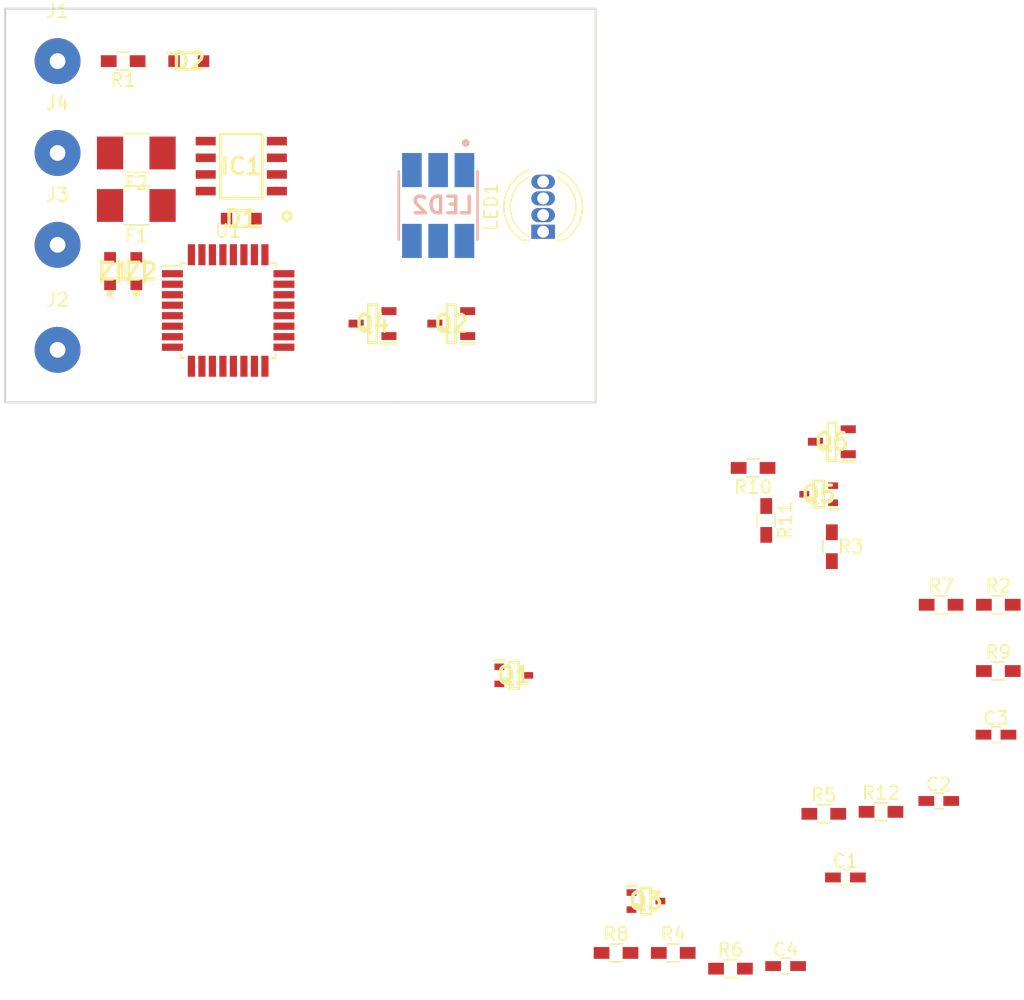
<source format=kicad_pcb>
(kicad_pcb (version 4) (host pcbnew 4.0.6)

  (general
    (links 72)
    (no_connects 72)
    (area 112.567857 82.245 190.890002 158.81)
    (thickness 1.6)
    (drawings 6)
    (tracks 0)
    (zones 0)
    (modules 36)
    (nets 45)
  )

  (page A4)
  (layers
    (0 F.Cu signal)
    (31 B.Cu signal)
    (32 B.Adhes user)
    (33 F.Adhes user)
    (34 B.Paste user)
    (35 F.Paste user)
    (36 B.SilkS user)
    (37 F.SilkS user)
    (38 B.Mask user)
    (39 F.Mask user)
    (40 Dwgs.User user)
    (41 Cmts.User user)
    (42 Eco1.User user)
    (43 Eco2.User user)
    (44 Edge.Cuts user)
    (45 Margin user)
    (46 B.CrtYd user)
    (47 F.CrtYd user)
    (48 B.Fab user)
    (49 F.Fab user)
  )

  (setup
    (last_trace_width 0.25)
    (trace_clearance 0.2)
    (zone_clearance 0.508)
    (zone_45_only no)
    (trace_min 0.2)
    (segment_width 0.2)
    (edge_width 0.15)
    (via_size 0.6)
    (via_drill 0.4)
    (via_min_size 0.4)
    (via_min_drill 0.3)
    (uvia_size 0.3)
    (uvia_drill 0.1)
    (uvias_allowed no)
    (uvia_min_size 0.2)
    (uvia_min_drill 0.1)
    (pcb_text_width 0.3)
    (pcb_text_size 1.5 1.5)
    (mod_edge_width 0.15)
    (mod_text_size 1 1)
    (mod_text_width 0.15)
    (pad_size 1.524 1.524)
    (pad_drill 0.762)
    (pad_to_mask_clearance 0.2)
    (aux_axis_origin 113.03 113.03)
    (grid_origin 113.03 113.03)
    (visible_elements 7FFFFF7F)
    (pcbplotparams
      (layerselection 0x00030_80000001)
      (usegerberextensions false)
      (excludeedgelayer true)
      (linewidth 0.100000)
      (plotframeref false)
      (viasonmask false)
      (mode 1)
      (useauxorigin false)
      (hpglpennumber 1)
      (hpglpenspeed 20)
      (hpglpendiameter 15)
      (hpglpenoverlay 2)
      (psnegative false)
      (psa4output false)
      (plotreference true)
      (plotvalue true)
      (plotinvisibletext false)
      (padsonsilk false)
      (subtractmaskfromsilk false)
      (outputformat 1)
      (mirror false)
      (drillshape 1)
      (scaleselection 1)
      (outputdirectory ""))
  )

  (net 0 "")
  (net 1 GND)
  (net 2 +5V)
  (net 3 "Net-(C2-Pad1)")
  (net 4 "Net-(F1-Pad1)")
  (net 5 "Net-(F1-Pad2)")
  (net 6 "Net-(F2-Pad1)")
  (net 7 "Net-(F2-Pad2)")
  (net 8 "Net-(J1-Pad1)")
  (net 9 "Net-(LED1-Pad1)")
  (net 10 "Net-(LED1-Pad2)")
  (net 11 "Net-(LED1-Pad4)")
  (net 12 "Net-(IC1-Pad2)")
  (net 13 "Net-(Q1-Pad2)")
  (net 14 "Net-(R4-Pad2)")
  (net 15 "Net-(Q1-Pad3)")
  (net 16 "Net-(Q3-Pad2)")
  (net 17 "Net-(R7-Pad2)")
  (net 18 "Net-(Q3-Pad3)")
  (net 19 "Net-(Q5-Pad2)")
  (net 20 "Net-(R10-Pad2)")
  (net 21 "Net-(Q5-Pad3)")
  (net 22 "Net-(U1-Pad1)")
  (net 23 "Net-(U1-Pad2)")
  (net 24 "Net-(U1-Pad3)")
  (net 25 "Net-(U1-Pad6)")
  (net 26 "Net-(U1-Pad7)")
  (net 27 "Net-(U1-Pad8)")
  (net 28 "Net-(U1-Pad9)")
  (net 29 "Net-(U1-Pad10)")
  (net 30 "Net-(U1-Pad11)")
  (net 31 "Net-(U1-Pad12)")
  (net 32 "Net-(IC1-Pad1)")
  (net 33 "Net-(IC1-Pad4)")
  (net 34 "Net-(U1-Pad19)")
  (net 35 "Net-(U1-Pad22)")
  (net 36 "Net-(U1-Pad23)")
  (net 37 "Net-(U1-Pad24)")
  (net 38 "Net-(U1-Pad25)")
  (net 39 "Net-(U1-Pad26)")
  (net 40 "Net-(U1-Pad27)")
  (net 41 "Net-(U1-Pad28)")
  (net 42 "Net-(U1-Pad31)")
  (net 43 "Net-(U1-Pad32)")
  (net 44 "Net-(D2-Pad2)")

  (net_class Default "これは標準のネット クラスです。"
    (clearance 0.2)
    (trace_width 0.25)
    (via_dia 0.6)
    (via_drill 0.4)
    (uvia_dia 0.3)
    (uvia_drill 0.1)
    (add_net +5V)
    (add_net GND)
    (add_net "Net-(C2-Pad1)")
    (add_net "Net-(D2-Pad2)")
    (add_net "Net-(F1-Pad1)")
    (add_net "Net-(F1-Pad2)")
    (add_net "Net-(F2-Pad1)")
    (add_net "Net-(F2-Pad2)")
    (add_net "Net-(IC1-Pad1)")
    (add_net "Net-(IC1-Pad2)")
    (add_net "Net-(IC1-Pad4)")
    (add_net "Net-(J1-Pad1)")
    (add_net "Net-(LED1-Pad1)")
    (add_net "Net-(LED1-Pad2)")
    (add_net "Net-(LED1-Pad4)")
    (add_net "Net-(Q1-Pad2)")
    (add_net "Net-(Q1-Pad3)")
    (add_net "Net-(Q3-Pad2)")
    (add_net "Net-(Q3-Pad3)")
    (add_net "Net-(Q5-Pad2)")
    (add_net "Net-(Q5-Pad3)")
    (add_net "Net-(R10-Pad2)")
    (add_net "Net-(R4-Pad2)")
    (add_net "Net-(R7-Pad2)")
    (add_net "Net-(U1-Pad1)")
    (add_net "Net-(U1-Pad10)")
    (add_net "Net-(U1-Pad11)")
    (add_net "Net-(U1-Pad12)")
    (add_net "Net-(U1-Pad19)")
    (add_net "Net-(U1-Pad2)")
    (add_net "Net-(U1-Pad22)")
    (add_net "Net-(U1-Pad23)")
    (add_net "Net-(U1-Pad24)")
    (add_net "Net-(U1-Pad25)")
    (add_net "Net-(U1-Pad26)")
    (add_net "Net-(U1-Pad27)")
    (add_net "Net-(U1-Pad28)")
    (add_net "Net-(U1-Pad3)")
    (add_net "Net-(U1-Pad31)")
    (add_net "Net-(U1-Pad32)")
    (add_net "Net-(U1-Pad6)")
    (add_net "Net-(U1-Pad7)")
    (add_net "Net-(U1-Pad8)")
    (add_net "Net-(U1-Pad9)")
  )

  (module SODFL2512X90N (layer F.Cu) (tedit 59C7876C) (tstamp 59C682FC)
    (at 127.03 87.03)
    (descr SOD-323_1)
    (tags Diode)
    (path /59C79C26)
    (attr smd)
    (fp_text reference D2 (at 0 0) (layer F.SilkS)
      (effects (font (size 1.27 1.27) (thickness 0.254)))
    )
    (fp_text value 1SS355TE-17 (at 0 0) (layer F.SilkS) hide
      (effects (font (size 1.27 1.27) (thickness 0.254)))
    )
    (fp_line (start -1.71 -0.825) (end 1.71 -0.825) (layer Dwgs.User) (width 0.05))
    (fp_line (start 1.71 -0.825) (end 1.71 0.825) (layer Dwgs.User) (width 0.05))
    (fp_line (start 1.71 0.825) (end -1.71 0.825) (layer Dwgs.User) (width 0.05))
    (fp_line (start -1.71 0.825) (end -1.71 -0.825) (layer Dwgs.User) (width 0.05))
    (fp_line (start -0.85 -0.625) (end 0.85 -0.625) (layer Dwgs.User) (width 0.1))
    (fp_line (start 0.85 -0.625) (end 0.85 0.625) (layer Dwgs.User) (width 0.1))
    (fp_line (start 0.85 0.625) (end -0.85 0.625) (layer Dwgs.User) (width 0.1))
    (fp_line (start -0.85 0.625) (end -0.85 -0.625) (layer Dwgs.User) (width 0.1))
    (fp_line (start -0.85 -0.19) (end -0.415 -0.625) (layer Dwgs.User) (width 0.1))
    (fp_line (start -1.56 -0.625) (end 0.85 -0.625) (layer F.SilkS) (width 0.2))
    (fp_line (start -0.85 0.625) (end 0.85 0.625) (layer F.SilkS) (width 0.2))
    (pad 1 smd rect (at -1.125 0 90) (size 0.89 0.87) (layers F.Cu F.Paste F.Mask)
      (net 2 +5V))
    (pad 2 smd rect (at 1.125 0 90) (size 0.89 0.87) (layers F.Cu F.Paste F.Mask)
      (net 44 "Net-(D2-Pad2)"))
  )

  (module Capacitors_SMD:C_0603_HandSoldering (layer F.Cu) (tedit 58AA848B) (tstamp 59C682A7)
    (at 177.065001 149.235)
    (descr "Capacitor SMD 0603, hand soldering")
    (tags "capacitor 0603")
    (path /59C5D57A)
    (attr smd)
    (fp_text reference C1 (at 0 -1.25) (layer F.SilkS)
      (effects (font (size 1 1) (thickness 0.15)))
    )
    (fp_text value 0.1u (at 0 1.5) (layer F.Fab)
      (effects (font (size 1 1) (thickness 0.15)))
    )
    (fp_text user %R (at 0 -1.25) (layer F.Fab)
      (effects (font (size 1 1) (thickness 0.15)))
    )
    (fp_line (start -0.8 0.4) (end -0.8 -0.4) (layer F.Fab) (width 0.1))
    (fp_line (start 0.8 0.4) (end -0.8 0.4) (layer F.Fab) (width 0.1))
    (fp_line (start 0.8 -0.4) (end 0.8 0.4) (layer F.Fab) (width 0.1))
    (fp_line (start -0.8 -0.4) (end 0.8 -0.4) (layer F.Fab) (width 0.1))
    (fp_line (start -0.35 -0.6) (end 0.35 -0.6) (layer F.SilkS) (width 0.12))
    (fp_line (start 0.35 0.6) (end -0.35 0.6) (layer F.SilkS) (width 0.12))
    (fp_line (start -1.8 -0.65) (end 1.8 -0.65) (layer F.CrtYd) (width 0.05))
    (fp_line (start -1.8 -0.65) (end -1.8 0.65) (layer F.CrtYd) (width 0.05))
    (fp_line (start 1.8 0.65) (end 1.8 -0.65) (layer F.CrtYd) (width 0.05))
    (fp_line (start 1.8 0.65) (end -1.8 0.65) (layer F.CrtYd) (width 0.05))
    (pad 1 smd rect (at -0.95 0) (size 1.2 0.75) (layers F.Cu F.Paste F.Mask)
      (net 1 GND))
    (pad 2 smd rect (at 0.95 0) (size 1.2 0.75) (layers F.Cu F.Paste F.Mask)
      (net 2 +5V))
    (model Capacitors_SMD.3dshapes/C_0603.wrl
      (at (xyz 0 0 0))
      (scale (xyz 1 1 1))
      (rotate (xyz 0 0 0))
    )
  )

  (module Capacitors_SMD:C_0603_HandSoldering (layer F.Cu) (tedit 58AA848B) (tstamp 59C682B8)
    (at 184.175001 143.405)
    (descr "Capacitor SMD 0603, hand soldering")
    (tags "capacitor 0603")
    (path /59C5F0B7)
    (attr smd)
    (fp_text reference C2 (at 0 -1.25) (layer F.SilkS)
      (effects (font (size 1 1) (thickness 0.15)))
    )
    (fp_text value 1u (at 0 1.5) (layer F.Fab)
      (effects (font (size 1 1) (thickness 0.15)))
    )
    (fp_text user %R (at 0 -1.25) (layer F.Fab)
      (effects (font (size 1 1) (thickness 0.15)))
    )
    (fp_line (start -0.8 0.4) (end -0.8 -0.4) (layer F.Fab) (width 0.1))
    (fp_line (start 0.8 0.4) (end -0.8 0.4) (layer F.Fab) (width 0.1))
    (fp_line (start 0.8 -0.4) (end 0.8 0.4) (layer F.Fab) (width 0.1))
    (fp_line (start -0.8 -0.4) (end 0.8 -0.4) (layer F.Fab) (width 0.1))
    (fp_line (start -0.35 -0.6) (end 0.35 -0.6) (layer F.SilkS) (width 0.12))
    (fp_line (start 0.35 0.6) (end -0.35 0.6) (layer F.SilkS) (width 0.12))
    (fp_line (start -1.8 -0.65) (end 1.8 -0.65) (layer F.CrtYd) (width 0.05))
    (fp_line (start -1.8 -0.65) (end -1.8 0.65) (layer F.CrtYd) (width 0.05))
    (fp_line (start 1.8 0.65) (end 1.8 -0.65) (layer F.CrtYd) (width 0.05))
    (fp_line (start 1.8 0.65) (end -1.8 0.65) (layer F.CrtYd) (width 0.05))
    (pad 1 smd rect (at -0.95 0) (size 1.2 0.75) (layers F.Cu F.Paste F.Mask)
      (net 3 "Net-(C2-Pad1)"))
    (pad 2 smd rect (at 0.95 0) (size 1.2 0.75) (layers F.Cu F.Paste F.Mask)
      (net 1 GND))
    (model Capacitors_SMD.3dshapes/C_0603.wrl
      (at (xyz 0 0 0))
      (scale (xyz 1 1 1))
      (rotate (xyz 0 0 0))
    )
  )

  (module Capacitors_SMD:C_0603_HandSoldering (layer F.Cu) (tedit 58AA848B) (tstamp 59C682C9)
    (at 188.535001 138.355)
    (descr "Capacitor SMD 0603, hand soldering")
    (tags "capacitor 0603")
    (path /59C600D2)
    (attr smd)
    (fp_text reference C3 (at 0 -1.25) (layer F.SilkS)
      (effects (font (size 1 1) (thickness 0.15)))
    )
    (fp_text value 1u (at 0 1.5) (layer F.Fab)
      (effects (font (size 1 1) (thickness 0.15)))
    )
    (fp_text user %R (at 0 -1.25) (layer F.Fab)
      (effects (font (size 1 1) (thickness 0.15)))
    )
    (fp_line (start -0.8 0.4) (end -0.8 -0.4) (layer F.Fab) (width 0.1))
    (fp_line (start 0.8 0.4) (end -0.8 0.4) (layer F.Fab) (width 0.1))
    (fp_line (start 0.8 -0.4) (end 0.8 0.4) (layer F.Fab) (width 0.1))
    (fp_line (start -0.8 -0.4) (end 0.8 -0.4) (layer F.Fab) (width 0.1))
    (fp_line (start -0.35 -0.6) (end 0.35 -0.6) (layer F.SilkS) (width 0.12))
    (fp_line (start 0.35 0.6) (end -0.35 0.6) (layer F.SilkS) (width 0.12))
    (fp_line (start -1.8 -0.65) (end 1.8 -0.65) (layer F.CrtYd) (width 0.05))
    (fp_line (start -1.8 -0.65) (end -1.8 0.65) (layer F.CrtYd) (width 0.05))
    (fp_line (start 1.8 0.65) (end 1.8 -0.65) (layer F.CrtYd) (width 0.05))
    (fp_line (start 1.8 0.65) (end -1.8 0.65) (layer F.CrtYd) (width 0.05))
    (pad 1 smd rect (at -0.95 0) (size 1.2 0.75) (layers F.Cu F.Paste F.Mask)
      (net 1 GND))
    (pad 2 smd rect (at 0.95 0) (size 1.2 0.75) (layers F.Cu F.Paste F.Mask)
      (net 2 +5V))
    (model Capacitors_SMD.3dshapes/C_0603.wrl
      (at (xyz 0 0 0))
      (scale (xyz 1 1 1))
      (rotate (xyz 0 0 0))
    )
  )

  (module Capacitors_SMD:C_0603_HandSoldering (layer F.Cu) (tedit 58AA848B) (tstamp 59C682DA)
    (at 172.505001 155.985)
    (descr "Capacitor SMD 0603, hand soldering")
    (tags "capacitor 0603")
    (path /59C5CFFC)
    (attr smd)
    (fp_text reference C4 (at 0 -1.25) (layer F.SilkS)
      (effects (font (size 1 1) (thickness 0.15)))
    )
    (fp_text value 0.1u (at 0 1.5) (layer F.Fab)
      (effects (font (size 1 1) (thickness 0.15)))
    )
    (fp_text user %R (at 0 -1.25) (layer F.Fab)
      (effects (font (size 1 1) (thickness 0.15)))
    )
    (fp_line (start -0.8 0.4) (end -0.8 -0.4) (layer F.Fab) (width 0.1))
    (fp_line (start 0.8 0.4) (end -0.8 0.4) (layer F.Fab) (width 0.1))
    (fp_line (start 0.8 -0.4) (end 0.8 0.4) (layer F.Fab) (width 0.1))
    (fp_line (start -0.8 -0.4) (end 0.8 -0.4) (layer F.Fab) (width 0.1))
    (fp_line (start -0.35 -0.6) (end 0.35 -0.6) (layer F.SilkS) (width 0.12))
    (fp_line (start 0.35 0.6) (end -0.35 0.6) (layer F.SilkS) (width 0.12))
    (fp_line (start -1.8 -0.65) (end 1.8 -0.65) (layer F.CrtYd) (width 0.05))
    (fp_line (start -1.8 -0.65) (end -1.8 0.65) (layer F.CrtYd) (width 0.05))
    (fp_line (start 1.8 0.65) (end 1.8 -0.65) (layer F.CrtYd) (width 0.05))
    (fp_line (start 1.8 0.65) (end -1.8 0.65) (layer F.CrtYd) (width 0.05))
    (pad 1 smd rect (at -0.95 0) (size 1.2 0.75) (layers F.Cu F.Paste F.Mask)
      (net 1 GND))
    (pad 2 smd rect (at 0.95 0) (size 1.2 0.75) (layers F.Cu F.Paste F.Mask)
      (net 2 +5V))
    (model Capacitors_SMD.3dshapes/C_0603.wrl
      (at (xyz 0 0 0))
      (scale (xyz 1 1 1))
      (rotate (xyz 0 0 0))
    )
  )

  (module SODFL2512X90N (layer F.Cu) (tedit 59C5DC6A) (tstamp 59C682EB)
    (at 131.03 99.03 180)
    (descr SOD-323_1)
    (tags Diode)
    (path /59C5DD5A)
    (attr smd)
    (fp_text reference D1 (at 0 0 180) (layer F.SilkS)
      (effects (font (size 1.27 1.27) (thickness 0.254)))
    )
    (fp_text value 1SS355TE-17 (at 0 0 180) (layer F.SilkS) hide
      (effects (font (size 1.27 1.27) (thickness 0.254)))
    )
    (fp_line (start -1.71 -0.825) (end 1.71 -0.825) (layer Dwgs.User) (width 0.05))
    (fp_line (start 1.71 -0.825) (end 1.71 0.825) (layer Dwgs.User) (width 0.05))
    (fp_line (start 1.71 0.825) (end -1.71 0.825) (layer Dwgs.User) (width 0.05))
    (fp_line (start -1.71 0.825) (end -1.71 -0.825) (layer Dwgs.User) (width 0.05))
    (fp_line (start -0.85 -0.625) (end 0.85 -0.625) (layer Dwgs.User) (width 0.1))
    (fp_line (start 0.85 -0.625) (end 0.85 0.625) (layer Dwgs.User) (width 0.1))
    (fp_line (start 0.85 0.625) (end -0.85 0.625) (layer Dwgs.User) (width 0.1))
    (fp_line (start -0.85 0.625) (end -0.85 -0.625) (layer Dwgs.User) (width 0.1))
    (fp_line (start -0.85 -0.19) (end -0.415 -0.625) (layer Dwgs.User) (width 0.1))
    (fp_line (start -1.56 -0.625) (end 0.85 -0.625) (layer F.SilkS) (width 0.2))
    (fp_line (start -0.85 0.625) (end 0.85 0.625) (layer F.SilkS) (width 0.2))
    (pad 1 smd rect (at -1.125 0 270) (size 0.89 0.87) (layers F.Cu F.Paste F.Mask)
      (net 2 +5V))
    (pad 2 smd rect (at 1.125 0 270) (size 0.89 0.87) (layers F.Cu F.Paste F.Mask)
      (net 3 "Net-(C2-Pad1)"))
  )

  (module Resistors_SMD:R_1210_HandSoldering (layer F.Cu) (tedit 59C780BB) (tstamp 59C6830D)
    (at 123.03 98.03 180)
    (descr "Resistor SMD 1210, hand soldering")
    (tags "resistor 1210")
    (path /59C6388B)
    (attr smd)
    (fp_text reference F1 (at 0 -2.3 180) (layer F.SilkS)
      (effects (font (size 1 1) (thickness 0.15)))
    )
    (fp_text value Polyfuse (at 0 2.4 180) (layer F.Fab)
      (effects (font (size 1 1) (thickness 0.15)))
    )
    (fp_text user %R (at 0 0 180) (layer F.Fab)
      (effects (font (size 0.7 0.7) (thickness 0.105)))
    )
    (fp_line (start -1.6 1.25) (end -1.6 -1.25) (layer F.Fab) (width 0.1))
    (fp_line (start 1.6 1.25) (end -1.6 1.25) (layer F.Fab) (width 0.1))
    (fp_line (start 1.6 -1.25) (end 1.6 1.25) (layer F.Fab) (width 0.1))
    (fp_line (start -1.6 -1.25) (end 1.6 -1.25) (layer F.Fab) (width 0.1))
    (fp_line (start 1 1.48) (end -1 1.48) (layer F.SilkS) (width 0.12))
    (fp_line (start -1 -1.48) (end 1 -1.48) (layer F.SilkS) (width 0.12))
    (fp_line (start -3.25 -1.5) (end 3.25 -1.5) (layer F.CrtYd) (width 0.05))
    (fp_line (start -3.25 -1.5) (end -3.25 1.5) (layer F.CrtYd) (width 0.05))
    (fp_line (start 3.25 1.5) (end 3.25 -1.5) (layer F.CrtYd) (width 0.05))
    (fp_line (start 3.25 1.5) (end -3.25 1.5) (layer F.CrtYd) (width 0.05))
    (pad 1 smd rect (at -2 0 180) (size 2 2.5) (layers F.Cu F.Paste F.Mask)
      (net 4 "Net-(F1-Pad1)"))
    (pad 2 smd rect (at 2 0 180) (size 2 2.5) (layers F.Cu F.Paste F.Mask)
      (net 5 "Net-(F1-Pad2)"))
    (model ${KISYS3DMOD}/Resistors_SMD.3dshapes/R_1210.wrl
      (at (xyz 0 0 0))
      (scale (xyz 1 1 1))
      (rotate (xyz 0 0 0))
    )
  )

  (module Resistors_SMD:R_1210_HandSoldering (layer F.Cu) (tedit 58E0A804) (tstamp 59C6831E)
    (at 123.03 94.03 180)
    (descr "Resistor SMD 1210, hand soldering")
    (tags "resistor 1210")
    (path /59C63956)
    (attr smd)
    (fp_text reference F2 (at 0 -2.3 180) (layer F.SilkS)
      (effects (font (size 1 1) (thickness 0.15)))
    )
    (fp_text value Polyfuse (at 0 2.4 180) (layer F.Fab)
      (effects (font (size 1 1) (thickness 0.15)))
    )
    (fp_text user %R (at 0 0 180) (layer F.Fab)
      (effects (font (size 0.7 0.7) (thickness 0.105)))
    )
    (fp_line (start -1.6 1.25) (end -1.6 -1.25) (layer F.Fab) (width 0.1))
    (fp_line (start 1.6 1.25) (end -1.6 1.25) (layer F.Fab) (width 0.1))
    (fp_line (start 1.6 -1.25) (end 1.6 1.25) (layer F.Fab) (width 0.1))
    (fp_line (start -1.6 -1.25) (end 1.6 -1.25) (layer F.Fab) (width 0.1))
    (fp_line (start 1 1.48) (end -1 1.48) (layer F.SilkS) (width 0.12))
    (fp_line (start -1 -1.48) (end 1 -1.48) (layer F.SilkS) (width 0.12))
    (fp_line (start -3.25 -1.5) (end 3.25 -1.5) (layer F.CrtYd) (width 0.05))
    (fp_line (start -3.25 -1.5) (end -3.25 1.5) (layer F.CrtYd) (width 0.05))
    (fp_line (start 3.25 1.5) (end 3.25 -1.5) (layer F.CrtYd) (width 0.05))
    (fp_line (start 3.25 1.5) (end -3.25 1.5) (layer F.CrtYd) (width 0.05))
    (pad 1 smd rect (at -2 0 180) (size 2 2.5) (layers F.Cu F.Paste F.Mask)
      (net 6 "Net-(F2-Pad1)"))
    (pad 2 smd rect (at 2 0 180) (size 2 2.5) (layers F.Cu F.Paste F.Mask)
      (net 7 "Net-(F2-Pad2)"))
    (model ${KISYS3DMOD}/Resistors_SMD.3dshapes/R_1210.wrl
      (at (xyz 0 0 0))
      (scale (xyz 1 1 1))
      (rotate (xyz 0 0 0))
    )
  )

  (module SOIC127P600X175-8N (layer F.Cu) (tedit 59C615AD) (tstamp 59C68338)
    (at 131.03 95.03 180)
    (descr "R-8 (SOIC)")
    (tags "Integrated Circuit")
    (path /59C65914)
    (attr smd)
    (fp_text reference IC1 (at 0 0 180) (layer F.SilkS)
      (effects (font (size 1.27 1.27) (thickness 0.254)))
    )
    (fp_text value ADM4852ARZ (at 0 0 180) (layer F.SilkS) hide
      (effects (font (size 1.27 1.27) (thickness 0.254)))
    )
    (fp_line (start -3.725 -2.75) (end 3.725 -2.75) (layer Dwgs.User) (width 0.05))
    (fp_line (start 3.725 -2.75) (end 3.725 2.75) (layer Dwgs.User) (width 0.05))
    (fp_line (start 3.725 2.75) (end -3.725 2.75) (layer Dwgs.User) (width 0.05))
    (fp_line (start -3.725 2.75) (end -3.725 -2.75) (layer Dwgs.User) (width 0.05))
    (fp_line (start -1.95 -2.45) (end 1.95 -2.45) (layer Dwgs.User) (width 0.1))
    (fp_line (start 1.95 -2.45) (end 1.95 2.45) (layer Dwgs.User) (width 0.1))
    (fp_line (start 1.95 2.45) (end -1.95 2.45) (layer Dwgs.User) (width 0.1))
    (fp_line (start -1.95 2.45) (end -1.95 -2.45) (layer Dwgs.User) (width 0.1))
    (fp_line (start -1.95 -1.18) (end -0.68 -2.45) (layer Dwgs.User) (width 0.1))
    (fp_line (start -1.6 -2.45) (end 1.6 -2.45) (layer F.SilkS) (width 0.2))
    (fp_line (start 1.6 -2.45) (end 1.6 2.45) (layer F.SilkS) (width 0.2))
    (fp_line (start 1.6 2.45) (end -1.6 2.45) (layer F.SilkS) (width 0.2))
    (fp_line (start -1.6 2.45) (end -1.6 -2.45) (layer F.SilkS) (width 0.2))
    (fp_circle (center -3.475 -3.81) (end -3.158 -3.81) (layer F.SilkS) (width 0.254))
    (pad 1 smd rect (at -2.712 -1.905 270) (size 0.65 1.525) (layers F.Cu F.Paste F.Mask)
      (net 32 "Net-(IC1-Pad1)"))
    (pad 2 smd rect (at -2.712 -0.635 270) (size 0.65 1.525) (layers F.Cu F.Paste F.Mask)
      (net 12 "Net-(IC1-Pad2)"))
    (pad 3 smd rect (at -2.712 0.635 270) (size 0.65 1.525) (layers F.Cu F.Paste F.Mask)
      (net 12 "Net-(IC1-Pad2)"))
    (pad 4 smd rect (at -2.712 1.905 270) (size 0.65 1.525) (layers F.Cu F.Paste F.Mask)
      (net 33 "Net-(IC1-Pad4)"))
    (pad 5 smd rect (at 2.712 1.905 270) (size 0.65 1.525) (layers F.Cu F.Paste F.Mask)
      (net 2 +5V))
    (pad 6 smd rect (at 2.712 0.635 270) (size 0.65 1.525) (layers F.Cu F.Paste F.Mask)
      (net 6 "Net-(F2-Pad1)"))
    (pad 7 smd rect (at 2.712 -0.635 270) (size 0.65 1.525) (layers F.Cu F.Paste F.Mask)
      (net 4 "Net-(F1-Pad1)"))
    (pad 8 smd rect (at 2.712 -1.905 270) (size 0.65 1.525) (layers F.Cu F.Paste F.Mask)
      (net 1 GND))
  )

  (module Wire_Pads:SolderWirePad_single_1-2mmDrill (layer F.Cu) (tedit 0) (tstamp 59C6833D)
    (at 117.03 87.03)
    (path /59C62CFD)
    (fp_text reference J1 (at 0 -3.81) (layer F.SilkS)
      (effects (font (size 1 1) (thickness 0.15)))
    )
    (fp_text value Vin (at -1.905 3.175) (layer F.Fab)
      (effects (font (size 1 1) (thickness 0.15)))
    )
    (pad 1 thru_hole circle (at 0 0) (size 3.50012 3.50012) (drill 1.19888) (layers *.Cu *.Mask)
      (net 8 "Net-(J1-Pad1)"))
  )

  (module Wire_Pads:SolderWirePad_single_1-2mmDrill (layer F.Cu) (tedit 0) (tstamp 59C68342)
    (at 117.03 109.03)
    (path /59C6300C)
    (fp_text reference J2 (at 0 -3.81) (layer F.SilkS)
      (effects (font (size 1 1) (thickness 0.15)))
    )
    (fp_text value GND (at -1.905 3.175) (layer F.Fab)
      (effects (font (size 1 1) (thickness 0.15)))
    )
    (pad 1 thru_hole circle (at 0 0) (size 3.50012 3.50012) (drill 1.19888) (layers *.Cu *.Mask)
      (net 1 GND))
  )

  (module Wire_Pads:SolderWirePad_single_1-2mmDrill (layer F.Cu) (tedit 0) (tstamp 59C68347)
    (at 117.03 101.03)
    (path /59C62E8C)
    (fp_text reference J3 (at 0 -3.81) (layer F.SilkS)
      (effects (font (size 1 1) (thickness 0.15)))
    )
    (fp_text value DATA+ (at -1.905 3.175) (layer F.Fab)
      (effects (font (size 1 1) (thickness 0.15)))
    )
    (pad 1 thru_hole circle (at 0 0) (size 3.50012 3.50012) (drill 1.19888) (layers *.Cu *.Mask)
      (net 5 "Net-(F1-Pad2)"))
  )

  (module Wire_Pads:SolderWirePad_single_1-2mmDrill (layer F.Cu) (tedit 0) (tstamp 59C6834C)
    (at 117.03 94.03)
    (path /59C62F55)
    (fp_text reference J4 (at 0 -3.81) (layer F.SilkS)
      (effects (font (size 1 1) (thickness 0.15)))
    )
    (fp_text value DATA- (at -1.905 3.175) (layer F.Fab)
      (effects (font (size 1 1) (thickness 0.15)))
    )
    (pad 1 thru_hole circle (at 0 0) (size 3.50012 3.50012) (drill 1.19888) (layers *.Cu *.Mask)
      (net 7 "Net-(F2-Pad2)"))
  )

  (module LEDs:LED_D5.0mm-4 (layer F.Cu) (tedit 587A3A7B) (tstamp 59C68361)
    (at 154.03 100.03 90)
    (descr "LED, diameter 5.0mm, 2 pins, diameter 5.0mm, 3 pins, diameter 5.0mm, 4 pins, http://www.kingbright.com/attachments/file/psearch/000/00/00/L-154A4SUREQBFZGEW(Ver.9A).pdf")
    (tags "LED diameter 5.0mm 2 pins diameter 5.0mm 3 pins diameter 5.0mm 4 pins")
    (path /59C62BE2)
    (fp_text reference LED1 (at 1.905 -3.96 90) (layer F.SilkS)
      (effects (font (size 1 1) (thickness 0.15)))
    )
    (fp_text value LED_RGB_Anode_Pin3 (at 1.905 3.96 90) (layer F.Fab)
      (effects (font (size 1 1) (thickness 0.15)))
    )
    (fp_arc (start 1.905 0) (end -0.595 -1.469694) (angle 299.1) (layer F.Fab) (width 0.1))
    (fp_arc (start 1.905 0) (end -0.655 -1.54483) (angle 127.7) (layer F.SilkS) (width 0.12))
    (fp_arc (start 1.905 0) (end -0.655 1.54483) (angle -127.7) (layer F.SilkS) (width 0.12))
    (fp_arc (start 1.905 0) (end -0.349684 -1.08) (angle 128.8) (layer F.SilkS) (width 0.12))
    (fp_arc (start 1.905 0) (end -0.349684 1.08) (angle -128.8) (layer F.SilkS) (width 0.12))
    (fp_circle (center 1.905 0) (end 4.405 0) (layer F.Fab) (width 0.1))
    (fp_line (start -0.595 -1.469694) (end -0.595 1.469694) (layer F.Fab) (width 0.1))
    (fp_line (start -0.655 -1.545) (end -0.655 -1.08) (layer F.SilkS) (width 0.12))
    (fp_line (start -0.655 1.08) (end -0.655 1.545) (layer F.SilkS) (width 0.12))
    (fp_line (start -1.35 -3.25) (end -1.35 3.25) (layer F.CrtYd) (width 0.05))
    (fp_line (start -1.35 3.25) (end 5.15 3.25) (layer F.CrtYd) (width 0.05))
    (fp_line (start 5.15 3.25) (end 5.15 -3.25) (layer F.CrtYd) (width 0.05))
    (fp_line (start 5.15 -3.25) (end -1.35 -3.25) (layer F.CrtYd) (width 0.05))
    (pad 1 thru_hole rect (at 0 0 90) (size 1.07 1.8) (drill 0.9) (layers *.Cu *.Mask)
      (net 9 "Net-(LED1-Pad1)"))
    (pad 2 thru_hole oval (at 1.27 0 90) (size 1.07 1.8) (drill 0.9) (layers *.Cu *.Mask)
      (net 10 "Net-(LED1-Pad2)"))
    (pad 3 thru_hole oval (at 2.54 0 90) (size 1.07 1.8) (drill 0.9) (layers *.Cu *.Mask)
      (net 2 +5V))
    (pad 4 thru_hole oval (at 3.81 0 90) (size 1.07 1.8) (drill 0.9) (layers *.Cu *.Mask)
      (net 11 "Net-(LED1-Pad4)"))
    (model ${KISYS3DMOD}/LEDs.3dshapes/LED_D5.0mm-4.wrl
      (at (xyz 0 0 0))
      (scale (xyz 0.393701 0.393701 0.393701))
      (rotate (xyz 0 0 0))
    )
  )

  (module SLC-F129CA-T1 (layer B.Cu) (tedit 59ABB3A3) (tstamp 59C68372)
    (at 146.03 98.03 180)
    (descr SLC-F129CA-T1)
    (tags LED)
    (path /59ABBBC3)
    (attr smd)
    (fp_text reference LED2 (at -0.339 0.018 180) (layer B.SilkS)
      (effects (font (size 1.27 1.27) (thickness 0.254)) (justify mirror))
    )
    (fp_text value SLC-F129CA-T1 (at -0.339 0.018 180) (layer B.SilkS) hide
      (effects (font (size 1.27 1.27) (thickness 0.254)) (justify mirror))
    )
    (fp_line (start -3 2.6) (end 3 2.6) (layer Dwgs.User) (width 0.2))
    (fp_line (start 3 2.6) (end 3 -2.6) (layer Dwgs.User) (width 0.2))
    (fp_line (start 3 -2.6) (end -3 -2.6) (layer Dwgs.User) (width 0.2))
    (fp_line (start -3 -2.6) (end -3 2.6) (layer Dwgs.User) (width 0.2))
    (fp_line (start -3 -2.6) (end -3 2.6) (layer B.SilkS) (width 0.2))
    (fp_line (start 3 2.6) (end 3 -2.6) (layer B.SilkS) (width 0.2))
    (fp_circle (center -2.102 4.767) (end -2.13877 4.767) (layer B.SilkS) (width 0.254))
    (pad 1 smd rect (at -2 2.7 180) (size 1.5 2.6) (layers B.Cu B.Paste B.Mask)
      (net 2 +5V))
    (pad 2 smd rect (at -2 -2.7 180) (size 1.5 2.6) (layers B.Cu B.Paste B.Mask)
      (net 10 "Net-(LED1-Pad2)"))
    (pad 3 smd rect (at 0 2.7 180) (size 1.5 2.6) (layers B.Cu B.Paste B.Mask)
      (net 2 +5V))
    (pad 4 smd rect (at 0 -2.7 180) (size 1.5 2.6) (layers B.Cu B.Paste B.Mask)
      (net 11 "Net-(LED1-Pad4)"))
    (pad 5 smd rect (at 2 2.7 180) (size 1.5 2.6) (layers B.Cu B.Paste B.Mask)
      (net 2 +5V))
    (pad 6 smd rect (at 2 -2.7 180) (size 1.5 2.6) (layers B.Cu B.Paste B.Mask)
      (net 9 "Net-(LED1-Pad1)"))
  )

  (module SOT65P210X90-3N (layer F.Cu) (tedit 59C633AF) (tstamp 59C68387)
    (at 151.793572 133.835001)
    (descr "UMT3_SOT-323 (SC70)")
    (tags Transistor)
    (path /59C5DAF0)
    (attr smd)
    (fp_text reference Q1 (at 0 0) (layer F.SilkS)
      (effects (font (size 1.27 1.27) (thickness 0.254)))
    )
    (fp_text value 2SC1815 (at 0 0) (layer F.SilkS) hide
      (effects (font (size 1.27 1.27) (thickness 0.254)))
    )
    (fp_line (start -1.725 -1.3) (end 1.725 -1.3) (layer Dwgs.User) (width 0.05))
    (fp_line (start 1.725 -1.3) (end 1.725 1.3) (layer Dwgs.User) (width 0.05))
    (fp_line (start 1.725 1.3) (end -1.725 1.3) (layer Dwgs.User) (width 0.05))
    (fp_line (start -1.725 1.3) (end -1.725 -1.3) (layer Dwgs.User) (width 0.05))
    (fp_line (start -0.625 -1) (end 0.625 -1) (layer Dwgs.User) (width 0.1))
    (fp_line (start 0.625 -1) (end 0.625 1) (layer Dwgs.User) (width 0.1))
    (fp_line (start 0.625 1) (end -0.625 1) (layer Dwgs.User) (width 0.1))
    (fp_line (start -0.625 1) (end -0.625 -1) (layer Dwgs.User) (width 0.1))
    (fp_line (start -0.625 -0.35) (end 0.025 -1) (layer Dwgs.User) (width 0.1))
    (fp_line (start -0.375 -1) (end 0.375 -1) (layer F.SilkS) (width 0.2))
    (fp_line (start 0.375 -1) (end 0.375 1) (layer F.SilkS) (width 0.2))
    (fp_line (start 0.375 1) (end -0.375 1) (layer F.SilkS) (width 0.2))
    (fp_line (start -0.375 1) (end -0.375 -1) (layer F.SilkS) (width 0.2))
    (fp_line (start -1.475 -1.15) (end -0.725 -1.15) (layer F.SilkS) (width 0.2))
    (pad 1 smd rect (at -1.1 -0.65 90) (size 0.5 0.75) (layers F.Cu F.Paste F.Mask)
      (net 1 GND))
    (pad 2 smd rect (at -1.1 0.65 90) (size 0.5 0.75) (layers F.Cu F.Paste F.Mask)
      (net 13 "Net-(Q1-Pad2)"))
    (pad 3 smd rect (at 1.1 0 90) (size 0.5 0.75) (layers F.Cu F.Paste F.Mask)
      (net 15 "Net-(Q1-Pad3)"))
  )

  (module SOT95P280X100-3N (layer F.Cu) (tedit 59C64DC2) (tstamp 59C6839C)
    (at 147.03 107.03 180)
    (descr TSMT3_2)
    (tags Transistor)
    (path /59C5DD55)
    (attr smd)
    (fp_text reference Q2 (at 0 0 180) (layer F.SilkS)
      (effects (font (size 1.27 1.27) (thickness 0.254)))
    )
    (fp_text value Q_NMOS_GDS (at 0 0 180) (layer F.SilkS) hide
      (effects (font (size 1.27 1.27) (thickness 0.254)))
    )
    (fp_line (start -2.075 -1.7) (end 2.075 -1.7) (layer Dwgs.User) (width 0.05))
    (fp_line (start 2.075 -1.7) (end 2.075 1.7) (layer Dwgs.User) (width 0.05))
    (fp_line (start 2.075 1.7) (end -2.075 1.7) (layer Dwgs.User) (width 0.05))
    (fp_line (start -2.075 1.7) (end -2.075 -1.7) (layer Dwgs.User) (width 0.05))
    (fp_line (start -0.8 -1.45) (end 0.8 -1.45) (layer Dwgs.User) (width 0.1))
    (fp_line (start 0.8 -1.45) (end 0.8 1.45) (layer Dwgs.User) (width 0.1))
    (fp_line (start 0.8 1.45) (end -0.8 1.45) (layer Dwgs.User) (width 0.1))
    (fp_line (start -0.8 1.45) (end -0.8 -1.45) (layer Dwgs.User) (width 0.1))
    (fp_line (start -0.8 -0.5) (end 0.15 -1.45) (layer Dwgs.User) (width 0.1))
    (fp_line (start -0.325 -1.45) (end 0.325 -1.45) (layer F.SilkS) (width 0.2))
    (fp_line (start 0.325 -1.45) (end 0.325 1.45) (layer F.SilkS) (width 0.2))
    (fp_line (start 0.325 1.45) (end -0.325 1.45) (layer F.SilkS) (width 0.2))
    (fp_line (start -0.325 1.45) (end -0.325 -1.45) (layer F.SilkS) (width 0.2))
    (fp_line (start -1.825 -1.5) (end -0.675 -1.5) (layer F.SilkS) (width 0.2))
    (pad 1 smd rect (at -1.25 -0.95 270) (size 0.6 1.15) (layers F.Cu F.Paste F.Mask)
      (net 13 "Net-(Q1-Pad2)"))
    (pad 2 smd rect (at -1.25 0.95 270) (size 0.6 1.15) (layers F.Cu F.Paste F.Mask)
      (net 11 "Net-(LED1-Pad4)"))
    (pad 3 smd rect (at 1.25 0 270) (size 0.6 1.15) (layers F.Cu F.Paste F.Mask)
      (net 15 "Net-(Q1-Pad3)"))
  )

  (module SOT65P210X90-3N (layer F.Cu) (tedit 59C633AF) (tstamp 59C683B1)
    (at 161.863572 151.035001)
    (descr "UMT3_SOT-323 (SC70)")
    (tags Transistor)
    (path /59C616FC)
    (attr smd)
    (fp_text reference Q3 (at 0 0) (layer F.SilkS)
      (effects (font (size 1.27 1.27) (thickness 0.254)))
    )
    (fp_text value 2SC1815 (at 0 0) (layer F.SilkS) hide
      (effects (font (size 1.27 1.27) (thickness 0.254)))
    )
    (fp_line (start -1.725 -1.3) (end 1.725 -1.3) (layer Dwgs.User) (width 0.05))
    (fp_line (start 1.725 -1.3) (end 1.725 1.3) (layer Dwgs.User) (width 0.05))
    (fp_line (start 1.725 1.3) (end -1.725 1.3) (layer Dwgs.User) (width 0.05))
    (fp_line (start -1.725 1.3) (end -1.725 -1.3) (layer Dwgs.User) (width 0.05))
    (fp_line (start -0.625 -1) (end 0.625 -1) (layer Dwgs.User) (width 0.1))
    (fp_line (start 0.625 -1) (end 0.625 1) (layer Dwgs.User) (width 0.1))
    (fp_line (start 0.625 1) (end -0.625 1) (layer Dwgs.User) (width 0.1))
    (fp_line (start -0.625 1) (end -0.625 -1) (layer Dwgs.User) (width 0.1))
    (fp_line (start -0.625 -0.35) (end 0.025 -1) (layer Dwgs.User) (width 0.1))
    (fp_line (start -0.375 -1) (end 0.375 -1) (layer F.SilkS) (width 0.2))
    (fp_line (start 0.375 -1) (end 0.375 1) (layer F.SilkS) (width 0.2))
    (fp_line (start 0.375 1) (end -0.375 1) (layer F.SilkS) (width 0.2))
    (fp_line (start -0.375 1) (end -0.375 -1) (layer F.SilkS) (width 0.2))
    (fp_line (start -1.475 -1.15) (end -0.725 -1.15) (layer F.SilkS) (width 0.2))
    (pad 1 smd rect (at -1.1 -0.65 90) (size 0.5 0.75) (layers F.Cu F.Paste F.Mask)
      (net 1 GND))
    (pad 2 smd rect (at -1.1 0.65 90) (size 0.5 0.75) (layers F.Cu F.Paste F.Mask)
      (net 16 "Net-(Q3-Pad2)"))
    (pad 3 smd rect (at 1.1 0 90) (size 0.5 0.75) (layers F.Cu F.Paste F.Mask)
      (net 18 "Net-(Q3-Pad3)"))
  )

  (module SOT95P280X100-3N (layer F.Cu) (tedit 59C64DC2) (tstamp 59C683C6)
    (at 141.03 107.03 180)
    (descr TSMT3_2)
    (tags Transistor)
    (path /59C61702)
    (attr smd)
    (fp_text reference Q4 (at 0 0 180) (layer F.SilkS)
      (effects (font (size 1.27 1.27) (thickness 0.254)))
    )
    (fp_text value Q_NMOS_GDS (at 0 0 180) (layer F.SilkS) hide
      (effects (font (size 1.27 1.27) (thickness 0.254)))
    )
    (fp_line (start -2.075 -1.7) (end 2.075 -1.7) (layer Dwgs.User) (width 0.05))
    (fp_line (start 2.075 -1.7) (end 2.075 1.7) (layer Dwgs.User) (width 0.05))
    (fp_line (start 2.075 1.7) (end -2.075 1.7) (layer Dwgs.User) (width 0.05))
    (fp_line (start -2.075 1.7) (end -2.075 -1.7) (layer Dwgs.User) (width 0.05))
    (fp_line (start -0.8 -1.45) (end 0.8 -1.45) (layer Dwgs.User) (width 0.1))
    (fp_line (start 0.8 -1.45) (end 0.8 1.45) (layer Dwgs.User) (width 0.1))
    (fp_line (start 0.8 1.45) (end -0.8 1.45) (layer Dwgs.User) (width 0.1))
    (fp_line (start -0.8 1.45) (end -0.8 -1.45) (layer Dwgs.User) (width 0.1))
    (fp_line (start -0.8 -0.5) (end 0.15 -1.45) (layer Dwgs.User) (width 0.1))
    (fp_line (start -0.325 -1.45) (end 0.325 -1.45) (layer F.SilkS) (width 0.2))
    (fp_line (start 0.325 -1.45) (end 0.325 1.45) (layer F.SilkS) (width 0.2))
    (fp_line (start 0.325 1.45) (end -0.325 1.45) (layer F.SilkS) (width 0.2))
    (fp_line (start -0.325 1.45) (end -0.325 -1.45) (layer F.SilkS) (width 0.2))
    (fp_line (start -1.825 -1.5) (end -0.675 -1.5) (layer F.SilkS) (width 0.2))
    (pad 1 smd rect (at -1.25 -0.95 270) (size 0.6 1.15) (layers F.Cu F.Paste F.Mask)
      (net 16 "Net-(Q3-Pad2)"))
    (pad 2 smd rect (at -1.25 0.95 270) (size 0.6 1.15) (layers F.Cu F.Paste F.Mask)
      (net 9 "Net-(LED1-Pad1)"))
    (pad 3 smd rect (at 1.25 0 270) (size 0.6 1.15) (layers F.Cu F.Paste F.Mask)
      (net 18 "Net-(Q3-Pad3)"))
  )

  (module SOT65P210X90-3N (layer F.Cu) (tedit 59C633AF) (tstamp 59C683DB)
    (at 175.03 120.03 180)
    (descr "UMT3_SOT-323 (SC70)")
    (tags Transistor)
    (path /59C61A25)
    (attr smd)
    (fp_text reference Q5 (at 0 0 180) (layer F.SilkS)
      (effects (font (size 1.27 1.27) (thickness 0.254)))
    )
    (fp_text value 2SC1815 (at 0 0 180) (layer F.SilkS) hide
      (effects (font (size 1.27 1.27) (thickness 0.254)))
    )
    (fp_line (start -1.725 -1.3) (end 1.725 -1.3) (layer Dwgs.User) (width 0.05))
    (fp_line (start 1.725 -1.3) (end 1.725 1.3) (layer Dwgs.User) (width 0.05))
    (fp_line (start 1.725 1.3) (end -1.725 1.3) (layer Dwgs.User) (width 0.05))
    (fp_line (start -1.725 1.3) (end -1.725 -1.3) (layer Dwgs.User) (width 0.05))
    (fp_line (start -0.625 -1) (end 0.625 -1) (layer Dwgs.User) (width 0.1))
    (fp_line (start 0.625 -1) (end 0.625 1) (layer Dwgs.User) (width 0.1))
    (fp_line (start 0.625 1) (end -0.625 1) (layer Dwgs.User) (width 0.1))
    (fp_line (start -0.625 1) (end -0.625 -1) (layer Dwgs.User) (width 0.1))
    (fp_line (start -0.625 -0.35) (end 0.025 -1) (layer Dwgs.User) (width 0.1))
    (fp_line (start -0.375 -1) (end 0.375 -1) (layer F.SilkS) (width 0.2))
    (fp_line (start 0.375 -1) (end 0.375 1) (layer F.SilkS) (width 0.2))
    (fp_line (start 0.375 1) (end -0.375 1) (layer F.SilkS) (width 0.2))
    (fp_line (start -0.375 1) (end -0.375 -1) (layer F.SilkS) (width 0.2))
    (fp_line (start -1.475 -1.15) (end -0.725 -1.15) (layer F.SilkS) (width 0.2))
    (pad 1 smd rect (at -1.1 -0.65 270) (size 0.5 0.75) (layers F.Cu F.Paste F.Mask)
      (net 1 GND))
    (pad 2 smd rect (at -1.1 0.65 270) (size 0.5 0.75) (layers F.Cu F.Paste F.Mask)
      (net 19 "Net-(Q5-Pad2)"))
    (pad 3 smd rect (at 1.1 0 270) (size 0.5 0.75) (layers F.Cu F.Paste F.Mask)
      (net 21 "Net-(Q5-Pad3)"))
  )

  (module SOT95P280X100-3N (layer F.Cu) (tedit 59C64DC2) (tstamp 59C683F0)
    (at 176.03 116.03 180)
    (descr TSMT3_2)
    (tags Transistor)
    (path /59C61A2B)
    (attr smd)
    (fp_text reference Q6 (at 0 0 180) (layer F.SilkS)
      (effects (font (size 1.27 1.27) (thickness 0.254)))
    )
    (fp_text value Q_NMOS_GDS (at 0 0 180) (layer F.SilkS) hide
      (effects (font (size 1.27 1.27) (thickness 0.254)))
    )
    (fp_line (start -2.075 -1.7) (end 2.075 -1.7) (layer Dwgs.User) (width 0.05))
    (fp_line (start 2.075 -1.7) (end 2.075 1.7) (layer Dwgs.User) (width 0.05))
    (fp_line (start 2.075 1.7) (end -2.075 1.7) (layer Dwgs.User) (width 0.05))
    (fp_line (start -2.075 1.7) (end -2.075 -1.7) (layer Dwgs.User) (width 0.05))
    (fp_line (start -0.8 -1.45) (end 0.8 -1.45) (layer Dwgs.User) (width 0.1))
    (fp_line (start 0.8 -1.45) (end 0.8 1.45) (layer Dwgs.User) (width 0.1))
    (fp_line (start 0.8 1.45) (end -0.8 1.45) (layer Dwgs.User) (width 0.1))
    (fp_line (start -0.8 1.45) (end -0.8 -1.45) (layer Dwgs.User) (width 0.1))
    (fp_line (start -0.8 -0.5) (end 0.15 -1.45) (layer Dwgs.User) (width 0.1))
    (fp_line (start -0.325 -1.45) (end 0.325 -1.45) (layer F.SilkS) (width 0.2))
    (fp_line (start 0.325 -1.45) (end 0.325 1.45) (layer F.SilkS) (width 0.2))
    (fp_line (start 0.325 1.45) (end -0.325 1.45) (layer F.SilkS) (width 0.2))
    (fp_line (start -0.325 1.45) (end -0.325 -1.45) (layer F.SilkS) (width 0.2))
    (fp_line (start -1.825 -1.5) (end -0.675 -1.5) (layer F.SilkS) (width 0.2))
    (pad 1 smd rect (at -1.25 -0.95 270) (size 0.6 1.15) (layers F.Cu F.Paste F.Mask)
      (net 19 "Net-(Q5-Pad2)"))
    (pad 2 smd rect (at -1.25 0.95 270) (size 0.6 1.15) (layers F.Cu F.Paste F.Mask)
      (net 10 "Net-(LED1-Pad2)"))
    (pad 3 smd rect (at 1.25 0 270) (size 0.6 1.15) (layers F.Cu F.Paste F.Mask)
      (net 21 "Net-(Q5-Pad3)"))
  )

  (module Resistors_SMD:R_0603_HandSoldering (layer F.Cu) (tedit 58E0A804) (tstamp 59C68401)
    (at 122.03 87.03 180)
    (descr "Resistor SMD 0603, hand soldering")
    (tags "resistor 0603")
    (path /59C638E7)
    (attr smd)
    (fp_text reference R1 (at 0 -1.45 180) (layer F.SilkS)
      (effects (font (size 1 1) (thickness 0.15)))
    )
    (fp_text value R (at 0 1.55 180) (layer F.Fab)
      (effects (font (size 1 1) (thickness 0.15)))
    )
    (fp_text user %R (at 0 0 180) (layer F.Fab)
      (effects (font (size 0.4 0.4) (thickness 0.075)))
    )
    (fp_line (start -0.8 0.4) (end -0.8 -0.4) (layer F.Fab) (width 0.1))
    (fp_line (start 0.8 0.4) (end -0.8 0.4) (layer F.Fab) (width 0.1))
    (fp_line (start 0.8 -0.4) (end 0.8 0.4) (layer F.Fab) (width 0.1))
    (fp_line (start -0.8 -0.4) (end 0.8 -0.4) (layer F.Fab) (width 0.1))
    (fp_line (start 0.5 0.68) (end -0.5 0.68) (layer F.SilkS) (width 0.12))
    (fp_line (start -0.5 -0.68) (end 0.5 -0.68) (layer F.SilkS) (width 0.12))
    (fp_line (start -1.96 -0.7) (end 1.95 -0.7) (layer F.CrtYd) (width 0.05))
    (fp_line (start -1.96 -0.7) (end -1.96 0.7) (layer F.CrtYd) (width 0.05))
    (fp_line (start 1.95 0.7) (end 1.95 -0.7) (layer F.CrtYd) (width 0.05))
    (fp_line (start 1.95 0.7) (end -1.96 0.7) (layer F.CrtYd) (width 0.05))
    (pad 1 smd rect (at -1.1 0 180) (size 1.2 0.9) (layers F.Cu F.Paste F.Mask)
      (net 44 "Net-(D2-Pad2)"))
    (pad 2 smd rect (at 1.1 0 180) (size 1.2 0.9) (layers F.Cu F.Paste F.Mask)
      (net 8 "Net-(J1-Pad1)"))
    (model ${KISYS3DMOD}/Resistors_SMD.3dshapes/R_0603.wrl
      (at (xyz 0 0 0))
      (scale (xyz 1 1 1))
      (rotate (xyz 0 0 0))
    )
  )

  (module Resistors_SMD:R_0603_HandSoldering (layer F.Cu) (tedit 58E0A804) (tstamp 59C68412)
    (at 188.715001 128.455)
    (descr "Resistor SMD 0603, hand soldering")
    (tags "resistor 0603")
    (path /59C5EFE4)
    (attr smd)
    (fp_text reference R2 (at 0 -1.45) (layer F.SilkS)
      (effects (font (size 1 1) (thickness 0.15)))
    )
    (fp_text value 1k (at 0 1.55) (layer F.Fab)
      (effects (font (size 1 1) (thickness 0.15)))
    )
    (fp_text user %R (at 0 0) (layer F.Fab)
      (effects (font (size 0.4 0.4) (thickness 0.075)))
    )
    (fp_line (start -0.8 0.4) (end -0.8 -0.4) (layer F.Fab) (width 0.1))
    (fp_line (start 0.8 0.4) (end -0.8 0.4) (layer F.Fab) (width 0.1))
    (fp_line (start 0.8 -0.4) (end 0.8 0.4) (layer F.Fab) (width 0.1))
    (fp_line (start -0.8 -0.4) (end 0.8 -0.4) (layer F.Fab) (width 0.1))
    (fp_line (start 0.5 0.68) (end -0.5 0.68) (layer F.SilkS) (width 0.12))
    (fp_line (start -0.5 -0.68) (end 0.5 -0.68) (layer F.SilkS) (width 0.12))
    (fp_line (start -1.96 -0.7) (end 1.95 -0.7) (layer F.CrtYd) (width 0.05))
    (fp_line (start -1.96 -0.7) (end -1.96 0.7) (layer F.CrtYd) (width 0.05))
    (fp_line (start 1.95 0.7) (end 1.95 -0.7) (layer F.CrtYd) (width 0.05))
    (fp_line (start 1.95 0.7) (end -1.96 0.7) (layer F.CrtYd) (width 0.05))
    (pad 1 smd rect (at -1.1 0) (size 1.2 0.9) (layers F.Cu F.Paste F.Mask)
      (net 2 +5V))
    (pad 2 smd rect (at 1.1 0) (size 1.2 0.9) (layers F.Cu F.Paste F.Mask)
      (net 3 "Net-(C2-Pad1)"))
    (model ${KISYS3DMOD}/Resistors_SMD.3dshapes/R_0603.wrl
      (at (xyz 0 0 0))
      (scale (xyz 1 1 1))
      (rotate (xyz 0 0 0))
    )
  )

  (module Resistors_SMD:R_0603_HandSoldering (layer F.Cu) (tedit 59C78A93) (tstamp 59C68423)
    (at 176.03 124.03 270)
    (descr "Resistor SMD 0603, hand soldering")
    (tags "resistor 0603")
    (path /59AB5D48)
    (attr smd)
    (fp_text reference R3 (at 0 -1.45 360) (layer F.SilkS)
      (effects (font (size 1 1) (thickness 0.15)))
    )
    (fp_text value 10k (at 0 1.55 270) (layer F.Fab)
      (effects (font (size 1 1) (thickness 0.15)))
    )
    (fp_text user %R (at 0 0 270) (layer F.Fab)
      (effects (font (size 0.4 0.4) (thickness 0.075)))
    )
    (fp_line (start -0.8 0.4) (end -0.8 -0.4) (layer F.Fab) (width 0.1))
    (fp_line (start 0.8 0.4) (end -0.8 0.4) (layer F.Fab) (width 0.1))
    (fp_line (start 0.8 -0.4) (end 0.8 0.4) (layer F.Fab) (width 0.1))
    (fp_line (start -0.8 -0.4) (end 0.8 -0.4) (layer F.Fab) (width 0.1))
    (fp_line (start 0.5 0.68) (end -0.5 0.68) (layer F.SilkS) (width 0.12))
    (fp_line (start -0.5 -0.68) (end 0.5 -0.68) (layer F.SilkS) (width 0.12))
    (fp_line (start -1.96 -0.7) (end 1.95 -0.7) (layer F.CrtYd) (width 0.05))
    (fp_line (start -1.96 -0.7) (end -1.96 0.7) (layer F.CrtYd) (width 0.05))
    (fp_line (start 1.95 0.7) (end 1.95 -0.7) (layer F.CrtYd) (width 0.05))
    (fp_line (start 1.95 0.7) (end -1.96 0.7) (layer F.CrtYd) (width 0.05))
    (pad 1 smd rect (at -1.1 0 270) (size 1.2 0.9) (layers F.Cu F.Paste F.Mask)
      (net 12 "Net-(IC1-Pad2)"))
    (pad 2 smd rect (at 1.1 0 270) (size 1.2 0.9) (layers F.Cu F.Paste F.Mask)
      (net 1 GND))
    (model ${KISYS3DMOD}/Resistors_SMD.3dshapes/R_0603.wrl
      (at (xyz 0 0 0))
      (scale (xyz 1 1 1))
      (rotate (xyz 0 0 0))
    )
  )

  (module Resistors_SMD:R_0603_HandSoldering (layer F.Cu) (tedit 58E0A804) (tstamp 59C68434)
    (at 163.945001 154.985)
    (descr "Resistor SMD 0603, hand soldering")
    (tags "resistor 0603")
    (path /59C5E35D)
    (attr smd)
    (fp_text reference R4 (at 0 -1.45) (layer F.SilkS)
      (effects (font (size 1 1) (thickness 0.15)))
    )
    (fp_text value R (at 0 1.55) (layer F.Fab)
      (effects (font (size 1 1) (thickness 0.15)))
    )
    (fp_text user %R (at 0 0) (layer F.Fab)
      (effects (font (size 0.4 0.4) (thickness 0.075)))
    )
    (fp_line (start -0.8 0.4) (end -0.8 -0.4) (layer F.Fab) (width 0.1))
    (fp_line (start 0.8 0.4) (end -0.8 0.4) (layer F.Fab) (width 0.1))
    (fp_line (start 0.8 -0.4) (end 0.8 0.4) (layer F.Fab) (width 0.1))
    (fp_line (start -0.8 -0.4) (end 0.8 -0.4) (layer F.Fab) (width 0.1))
    (fp_line (start 0.5 0.68) (end -0.5 0.68) (layer F.SilkS) (width 0.12))
    (fp_line (start -0.5 -0.68) (end 0.5 -0.68) (layer F.SilkS) (width 0.12))
    (fp_line (start -1.96 -0.7) (end 1.95 -0.7) (layer F.CrtYd) (width 0.05))
    (fp_line (start -1.96 -0.7) (end -1.96 0.7) (layer F.CrtYd) (width 0.05))
    (fp_line (start 1.95 0.7) (end 1.95 -0.7) (layer F.CrtYd) (width 0.05))
    (fp_line (start 1.95 0.7) (end -1.96 0.7) (layer F.CrtYd) (width 0.05))
    (pad 1 smd rect (at -1.1 0) (size 1.2 0.9) (layers F.Cu F.Paste F.Mask)
      (net 13 "Net-(Q1-Pad2)"))
    (pad 2 smd rect (at 1.1 0) (size 1.2 0.9) (layers F.Cu F.Paste F.Mask)
      (net 14 "Net-(R4-Pad2)"))
    (model ${KISYS3DMOD}/Resistors_SMD.3dshapes/R_0603.wrl
      (at (xyz 0 0 0))
      (scale (xyz 1 1 1))
      (rotate (xyz 0 0 0))
    )
  )

  (module Resistors_SMD:R_0603_HandSoldering (layer F.Cu) (tedit 58E0A804) (tstamp 59C68445)
    (at 175.415001 144.385)
    (descr "Resistor SMD 0603, hand soldering")
    (tags "resistor 0603")
    (path /59C5E5B2)
    (attr smd)
    (fp_text reference R5 (at 0 -1.45) (layer F.SilkS)
      (effects (font (size 1 1) (thickness 0.15)))
    )
    (fp_text value R (at 0 1.55) (layer F.Fab)
      (effects (font (size 1 1) (thickness 0.15)))
    )
    (fp_text user %R (at 0 0) (layer F.Fab)
      (effects (font (size 0.4 0.4) (thickness 0.075)))
    )
    (fp_line (start -0.8 0.4) (end -0.8 -0.4) (layer F.Fab) (width 0.1))
    (fp_line (start 0.8 0.4) (end -0.8 0.4) (layer F.Fab) (width 0.1))
    (fp_line (start 0.8 -0.4) (end 0.8 0.4) (layer F.Fab) (width 0.1))
    (fp_line (start -0.8 -0.4) (end 0.8 -0.4) (layer F.Fab) (width 0.1))
    (fp_line (start 0.5 0.68) (end -0.5 0.68) (layer F.SilkS) (width 0.12))
    (fp_line (start -0.5 -0.68) (end 0.5 -0.68) (layer F.SilkS) (width 0.12))
    (fp_line (start -1.96 -0.7) (end 1.95 -0.7) (layer F.CrtYd) (width 0.05))
    (fp_line (start -1.96 -0.7) (end -1.96 0.7) (layer F.CrtYd) (width 0.05))
    (fp_line (start 1.95 0.7) (end 1.95 -0.7) (layer F.CrtYd) (width 0.05))
    (fp_line (start 1.95 0.7) (end -1.96 0.7) (layer F.CrtYd) (width 0.05))
    (pad 1 smd rect (at -1.1 0) (size 1.2 0.9) (layers F.Cu F.Paste F.Mask)
      (net 13 "Net-(Q1-Pad2)"))
    (pad 2 smd rect (at 1.1 0) (size 1.2 0.9) (layers F.Cu F.Paste F.Mask)
      (net 1 GND))
    (model ${KISYS3DMOD}/Resistors_SMD.3dshapes/R_0603.wrl
      (at (xyz 0 0 0))
      (scale (xyz 1 1 1))
      (rotate (xyz 0 0 0))
    )
  )

  (module Resistors_SMD:R_0603_HandSoldering (layer F.Cu) (tedit 58E0A804) (tstamp 59C68456)
    (at 168.305001 156.185)
    (descr "Resistor SMD 0603, hand soldering")
    (tags "resistor 0603")
    (path /59C5E4A2)
    (attr smd)
    (fp_text reference R6 (at 0 -1.45) (layer F.SilkS)
      (effects (font (size 1 1) (thickness 0.15)))
    )
    (fp_text value R (at 0 1.55) (layer F.Fab)
      (effects (font (size 1 1) (thickness 0.15)))
    )
    (fp_text user %R (at 0 0) (layer F.Fab)
      (effects (font (size 0.4 0.4) (thickness 0.075)))
    )
    (fp_line (start -0.8 0.4) (end -0.8 -0.4) (layer F.Fab) (width 0.1))
    (fp_line (start 0.8 0.4) (end -0.8 0.4) (layer F.Fab) (width 0.1))
    (fp_line (start 0.8 -0.4) (end 0.8 0.4) (layer F.Fab) (width 0.1))
    (fp_line (start -0.8 -0.4) (end 0.8 -0.4) (layer F.Fab) (width 0.1))
    (fp_line (start 0.5 0.68) (end -0.5 0.68) (layer F.SilkS) (width 0.12))
    (fp_line (start -0.5 -0.68) (end 0.5 -0.68) (layer F.SilkS) (width 0.12))
    (fp_line (start -1.96 -0.7) (end 1.95 -0.7) (layer F.CrtYd) (width 0.05))
    (fp_line (start -1.96 -0.7) (end -1.96 0.7) (layer F.CrtYd) (width 0.05))
    (fp_line (start 1.95 0.7) (end 1.95 -0.7) (layer F.CrtYd) (width 0.05))
    (fp_line (start 1.95 0.7) (end -1.96 0.7) (layer F.CrtYd) (width 0.05))
    (pad 1 smd rect (at -1.1 0) (size 1.2 0.9) (layers F.Cu F.Paste F.Mask)
      (net 15 "Net-(Q1-Pad3)"))
    (pad 2 smd rect (at 1.1 0) (size 1.2 0.9) (layers F.Cu F.Paste F.Mask)
      (net 1 GND))
    (model ${KISYS3DMOD}/Resistors_SMD.3dshapes/R_0603.wrl
      (at (xyz 0 0 0))
      (scale (xyz 1 1 1))
      (rotate (xyz 0 0 0))
    )
  )

  (module Resistors_SMD:R_0603_HandSoldering (layer F.Cu) (tedit 58E0A804) (tstamp 59C68467)
    (at 184.355001 128.455)
    (descr "Resistor SMD 0603, hand soldering")
    (tags "resistor 0603")
    (path /59C61708)
    (attr smd)
    (fp_text reference R7 (at 0 -1.45) (layer F.SilkS)
      (effects (font (size 1 1) (thickness 0.15)))
    )
    (fp_text value R (at 0 1.55) (layer F.Fab)
      (effects (font (size 1 1) (thickness 0.15)))
    )
    (fp_text user %R (at 0 0) (layer F.Fab)
      (effects (font (size 0.4 0.4) (thickness 0.075)))
    )
    (fp_line (start -0.8 0.4) (end -0.8 -0.4) (layer F.Fab) (width 0.1))
    (fp_line (start 0.8 0.4) (end -0.8 0.4) (layer F.Fab) (width 0.1))
    (fp_line (start 0.8 -0.4) (end 0.8 0.4) (layer F.Fab) (width 0.1))
    (fp_line (start -0.8 -0.4) (end 0.8 -0.4) (layer F.Fab) (width 0.1))
    (fp_line (start 0.5 0.68) (end -0.5 0.68) (layer F.SilkS) (width 0.12))
    (fp_line (start -0.5 -0.68) (end 0.5 -0.68) (layer F.SilkS) (width 0.12))
    (fp_line (start -1.96 -0.7) (end 1.95 -0.7) (layer F.CrtYd) (width 0.05))
    (fp_line (start -1.96 -0.7) (end -1.96 0.7) (layer F.CrtYd) (width 0.05))
    (fp_line (start 1.95 0.7) (end 1.95 -0.7) (layer F.CrtYd) (width 0.05))
    (fp_line (start 1.95 0.7) (end -1.96 0.7) (layer F.CrtYd) (width 0.05))
    (pad 1 smd rect (at -1.1 0) (size 1.2 0.9) (layers F.Cu F.Paste F.Mask)
      (net 16 "Net-(Q3-Pad2)"))
    (pad 2 smd rect (at 1.1 0) (size 1.2 0.9) (layers F.Cu F.Paste F.Mask)
      (net 17 "Net-(R7-Pad2)"))
    (model ${KISYS3DMOD}/Resistors_SMD.3dshapes/R_0603.wrl
      (at (xyz 0 0 0))
      (scale (xyz 1 1 1))
      (rotate (xyz 0 0 0))
    )
  )

  (module Resistors_SMD:R_0603_HandSoldering (layer F.Cu) (tedit 58E0A804) (tstamp 59C68478)
    (at 159.585001 154.985)
    (descr "Resistor SMD 0603, hand soldering")
    (tags "resistor 0603")
    (path /59C61714)
    (attr smd)
    (fp_text reference R8 (at 0 -1.45) (layer F.SilkS)
      (effects (font (size 1 1) (thickness 0.15)))
    )
    (fp_text value R (at 0 1.55) (layer F.Fab)
      (effects (font (size 1 1) (thickness 0.15)))
    )
    (fp_text user %R (at 0 0) (layer F.Fab)
      (effects (font (size 0.4 0.4) (thickness 0.075)))
    )
    (fp_line (start -0.8 0.4) (end -0.8 -0.4) (layer F.Fab) (width 0.1))
    (fp_line (start 0.8 0.4) (end -0.8 0.4) (layer F.Fab) (width 0.1))
    (fp_line (start 0.8 -0.4) (end 0.8 0.4) (layer F.Fab) (width 0.1))
    (fp_line (start -0.8 -0.4) (end 0.8 -0.4) (layer F.Fab) (width 0.1))
    (fp_line (start 0.5 0.68) (end -0.5 0.68) (layer F.SilkS) (width 0.12))
    (fp_line (start -0.5 -0.68) (end 0.5 -0.68) (layer F.SilkS) (width 0.12))
    (fp_line (start -1.96 -0.7) (end 1.95 -0.7) (layer F.CrtYd) (width 0.05))
    (fp_line (start -1.96 -0.7) (end -1.96 0.7) (layer F.CrtYd) (width 0.05))
    (fp_line (start 1.95 0.7) (end 1.95 -0.7) (layer F.CrtYd) (width 0.05))
    (fp_line (start 1.95 0.7) (end -1.96 0.7) (layer F.CrtYd) (width 0.05))
    (pad 1 smd rect (at -1.1 0) (size 1.2 0.9) (layers F.Cu F.Paste F.Mask)
      (net 16 "Net-(Q3-Pad2)"))
    (pad 2 smd rect (at 1.1 0) (size 1.2 0.9) (layers F.Cu F.Paste F.Mask)
      (net 1 GND))
    (model ${KISYS3DMOD}/Resistors_SMD.3dshapes/R_0603.wrl
      (at (xyz 0 0 0))
      (scale (xyz 1 1 1))
      (rotate (xyz 0 0 0))
    )
  )

  (module Resistors_SMD:R_0603_HandSoldering (layer F.Cu) (tedit 58E0A804) (tstamp 59C68489)
    (at 188.715001 133.505)
    (descr "Resistor SMD 0603, hand soldering")
    (tags "resistor 0603")
    (path /59C6170E)
    (attr smd)
    (fp_text reference R9 (at 0 -1.45) (layer F.SilkS)
      (effects (font (size 1 1) (thickness 0.15)))
    )
    (fp_text value R (at 0 1.55) (layer F.Fab)
      (effects (font (size 1 1) (thickness 0.15)))
    )
    (fp_text user %R (at 0 0) (layer F.Fab)
      (effects (font (size 0.4 0.4) (thickness 0.075)))
    )
    (fp_line (start -0.8 0.4) (end -0.8 -0.4) (layer F.Fab) (width 0.1))
    (fp_line (start 0.8 0.4) (end -0.8 0.4) (layer F.Fab) (width 0.1))
    (fp_line (start 0.8 -0.4) (end 0.8 0.4) (layer F.Fab) (width 0.1))
    (fp_line (start -0.8 -0.4) (end 0.8 -0.4) (layer F.Fab) (width 0.1))
    (fp_line (start 0.5 0.68) (end -0.5 0.68) (layer F.SilkS) (width 0.12))
    (fp_line (start -0.5 -0.68) (end 0.5 -0.68) (layer F.SilkS) (width 0.12))
    (fp_line (start -1.96 -0.7) (end 1.95 -0.7) (layer F.CrtYd) (width 0.05))
    (fp_line (start -1.96 -0.7) (end -1.96 0.7) (layer F.CrtYd) (width 0.05))
    (fp_line (start 1.95 0.7) (end 1.95 -0.7) (layer F.CrtYd) (width 0.05))
    (fp_line (start 1.95 0.7) (end -1.96 0.7) (layer F.CrtYd) (width 0.05))
    (pad 1 smd rect (at -1.1 0) (size 1.2 0.9) (layers F.Cu F.Paste F.Mask)
      (net 18 "Net-(Q3-Pad3)"))
    (pad 2 smd rect (at 1.1 0) (size 1.2 0.9) (layers F.Cu F.Paste F.Mask)
      (net 1 GND))
    (model ${KISYS3DMOD}/Resistors_SMD.3dshapes/R_0603.wrl
      (at (xyz 0 0 0))
      (scale (xyz 1 1 1))
      (rotate (xyz 0 0 0))
    )
  )

  (module Resistors_SMD:R_0603_HandSoldering (layer F.Cu) (tedit 58E0A804) (tstamp 59C6849A)
    (at 170.03 118.03 180)
    (descr "Resistor SMD 0603, hand soldering")
    (tags "resistor 0603")
    (path /59C61A31)
    (attr smd)
    (fp_text reference R10 (at 0 -1.45 180) (layer F.SilkS)
      (effects (font (size 1 1) (thickness 0.15)))
    )
    (fp_text value R (at 0 1.55 180) (layer F.Fab)
      (effects (font (size 1 1) (thickness 0.15)))
    )
    (fp_text user %R (at 0 0 180) (layer F.Fab)
      (effects (font (size 0.4 0.4) (thickness 0.075)))
    )
    (fp_line (start -0.8 0.4) (end -0.8 -0.4) (layer F.Fab) (width 0.1))
    (fp_line (start 0.8 0.4) (end -0.8 0.4) (layer F.Fab) (width 0.1))
    (fp_line (start 0.8 -0.4) (end 0.8 0.4) (layer F.Fab) (width 0.1))
    (fp_line (start -0.8 -0.4) (end 0.8 -0.4) (layer F.Fab) (width 0.1))
    (fp_line (start 0.5 0.68) (end -0.5 0.68) (layer F.SilkS) (width 0.12))
    (fp_line (start -0.5 -0.68) (end 0.5 -0.68) (layer F.SilkS) (width 0.12))
    (fp_line (start -1.96 -0.7) (end 1.95 -0.7) (layer F.CrtYd) (width 0.05))
    (fp_line (start -1.96 -0.7) (end -1.96 0.7) (layer F.CrtYd) (width 0.05))
    (fp_line (start 1.95 0.7) (end 1.95 -0.7) (layer F.CrtYd) (width 0.05))
    (fp_line (start 1.95 0.7) (end -1.96 0.7) (layer F.CrtYd) (width 0.05))
    (pad 1 smd rect (at -1.1 0 180) (size 1.2 0.9) (layers F.Cu F.Paste F.Mask)
      (net 19 "Net-(Q5-Pad2)"))
    (pad 2 smd rect (at 1.1 0 180) (size 1.2 0.9) (layers F.Cu F.Paste F.Mask)
      (net 20 "Net-(R10-Pad2)"))
    (model ${KISYS3DMOD}/Resistors_SMD.3dshapes/R_0603.wrl
      (at (xyz 0 0 0))
      (scale (xyz 1 1 1))
      (rotate (xyz 0 0 0))
    )
  )

  (module Resistors_SMD:R_0603_HandSoldering (layer F.Cu) (tedit 58E0A804) (tstamp 59C684AB)
    (at 171.03 122.03 270)
    (descr "Resistor SMD 0603, hand soldering")
    (tags "resistor 0603")
    (path /59C61A3D)
    (attr smd)
    (fp_text reference R11 (at 0 -1.45 270) (layer F.SilkS)
      (effects (font (size 1 1) (thickness 0.15)))
    )
    (fp_text value R (at 0 1.55 270) (layer F.Fab)
      (effects (font (size 1 1) (thickness 0.15)))
    )
    (fp_text user %R (at 0 0 270) (layer F.Fab)
      (effects (font (size 0.4 0.4) (thickness 0.075)))
    )
    (fp_line (start -0.8 0.4) (end -0.8 -0.4) (layer F.Fab) (width 0.1))
    (fp_line (start 0.8 0.4) (end -0.8 0.4) (layer F.Fab) (width 0.1))
    (fp_line (start 0.8 -0.4) (end 0.8 0.4) (layer F.Fab) (width 0.1))
    (fp_line (start -0.8 -0.4) (end 0.8 -0.4) (layer F.Fab) (width 0.1))
    (fp_line (start 0.5 0.68) (end -0.5 0.68) (layer F.SilkS) (width 0.12))
    (fp_line (start -0.5 -0.68) (end 0.5 -0.68) (layer F.SilkS) (width 0.12))
    (fp_line (start -1.96 -0.7) (end 1.95 -0.7) (layer F.CrtYd) (width 0.05))
    (fp_line (start -1.96 -0.7) (end -1.96 0.7) (layer F.CrtYd) (width 0.05))
    (fp_line (start 1.95 0.7) (end 1.95 -0.7) (layer F.CrtYd) (width 0.05))
    (fp_line (start 1.95 0.7) (end -1.96 0.7) (layer F.CrtYd) (width 0.05))
    (pad 1 smd rect (at -1.1 0 270) (size 1.2 0.9) (layers F.Cu F.Paste F.Mask)
      (net 19 "Net-(Q5-Pad2)"))
    (pad 2 smd rect (at 1.1 0 270) (size 1.2 0.9) (layers F.Cu F.Paste F.Mask)
      (net 1 GND))
    (model ${KISYS3DMOD}/Resistors_SMD.3dshapes/R_0603.wrl
      (at (xyz 0 0 0))
      (scale (xyz 1 1 1))
      (rotate (xyz 0 0 0))
    )
  )

  (module Resistors_SMD:R_0603_HandSoldering (layer F.Cu) (tedit 58E0A804) (tstamp 59C684BC)
    (at 179.775001 144.235)
    (descr "Resistor SMD 0603, hand soldering")
    (tags "resistor 0603")
    (path /59C61A37)
    (attr smd)
    (fp_text reference R12 (at 0 -1.45) (layer F.SilkS)
      (effects (font (size 1 1) (thickness 0.15)))
    )
    (fp_text value R (at 0 1.55) (layer F.Fab)
      (effects (font (size 1 1) (thickness 0.15)))
    )
    (fp_text user %R (at 0 0) (layer F.Fab)
      (effects (font (size 0.4 0.4) (thickness 0.075)))
    )
    (fp_line (start -0.8 0.4) (end -0.8 -0.4) (layer F.Fab) (width 0.1))
    (fp_line (start 0.8 0.4) (end -0.8 0.4) (layer F.Fab) (width 0.1))
    (fp_line (start 0.8 -0.4) (end 0.8 0.4) (layer F.Fab) (width 0.1))
    (fp_line (start -0.8 -0.4) (end 0.8 -0.4) (layer F.Fab) (width 0.1))
    (fp_line (start 0.5 0.68) (end -0.5 0.68) (layer F.SilkS) (width 0.12))
    (fp_line (start -0.5 -0.68) (end 0.5 -0.68) (layer F.SilkS) (width 0.12))
    (fp_line (start -1.96 -0.7) (end 1.95 -0.7) (layer F.CrtYd) (width 0.05))
    (fp_line (start -1.96 -0.7) (end -1.96 0.7) (layer F.CrtYd) (width 0.05))
    (fp_line (start 1.95 0.7) (end 1.95 -0.7) (layer F.CrtYd) (width 0.05))
    (fp_line (start 1.95 0.7) (end -1.96 0.7) (layer F.CrtYd) (width 0.05))
    (pad 1 smd rect (at -1.1 0) (size 1.2 0.9) (layers F.Cu F.Paste F.Mask)
      (net 21 "Net-(Q5-Pad3)"))
    (pad 2 smd rect (at 1.1 0) (size 1.2 0.9) (layers F.Cu F.Paste F.Mask)
      (net 1 GND))
    (model ${KISYS3DMOD}/Resistors_SMD.3dshapes/R_0603.wrl
      (at (xyz 0 0 0))
      (scale (xyz 1 1 1))
      (rotate (xyz 0 0 0))
    )
  )

  (module Housings_QFP:TQFP-32_7x7mm_Pitch0.8mm (layer F.Cu) (tedit 58CC9A48) (tstamp 59C684F3)
    (at 130.03 106.03)
    (descr "32-Lead Plastic Thin Quad Flatpack (PT) - 7x7x1.0 mm Body, 2.00 mm [TQFP] (see Microchip Packaging Specification 00000049BS.pdf)")
    (tags "QFP 0.8")
    (path /59C5C042)
    (attr smd)
    (fp_text reference U1 (at 0 -6.05) (layer F.SilkS)
      (effects (font (size 1 1) (thickness 0.15)))
    )
    (fp_text value ATMEGA328PB-AU (at 0 6.05) (layer F.Fab)
      (effects (font (size 1 1) (thickness 0.15)))
    )
    (fp_text user %R (at 0 0) (layer F.Fab)
      (effects (font (size 1 1) (thickness 0.15)))
    )
    (fp_line (start -2.5 -3.5) (end 3.5 -3.5) (layer F.Fab) (width 0.15))
    (fp_line (start 3.5 -3.5) (end 3.5 3.5) (layer F.Fab) (width 0.15))
    (fp_line (start 3.5 3.5) (end -3.5 3.5) (layer F.Fab) (width 0.15))
    (fp_line (start -3.5 3.5) (end -3.5 -2.5) (layer F.Fab) (width 0.15))
    (fp_line (start -3.5 -2.5) (end -2.5 -3.5) (layer F.Fab) (width 0.15))
    (fp_line (start -5.3 -5.3) (end -5.3 5.3) (layer F.CrtYd) (width 0.05))
    (fp_line (start 5.3 -5.3) (end 5.3 5.3) (layer F.CrtYd) (width 0.05))
    (fp_line (start -5.3 -5.3) (end 5.3 -5.3) (layer F.CrtYd) (width 0.05))
    (fp_line (start -5.3 5.3) (end 5.3 5.3) (layer F.CrtYd) (width 0.05))
    (fp_line (start -3.625 -3.625) (end -3.625 -3.4) (layer F.SilkS) (width 0.15))
    (fp_line (start 3.625 -3.625) (end 3.625 -3.3) (layer F.SilkS) (width 0.15))
    (fp_line (start 3.625 3.625) (end 3.625 3.3) (layer F.SilkS) (width 0.15))
    (fp_line (start -3.625 3.625) (end -3.625 3.3) (layer F.SilkS) (width 0.15))
    (fp_line (start -3.625 -3.625) (end -3.3 -3.625) (layer F.SilkS) (width 0.15))
    (fp_line (start -3.625 3.625) (end -3.3 3.625) (layer F.SilkS) (width 0.15))
    (fp_line (start 3.625 3.625) (end 3.3 3.625) (layer F.SilkS) (width 0.15))
    (fp_line (start 3.625 -3.625) (end 3.3 -3.625) (layer F.SilkS) (width 0.15))
    (fp_line (start -3.625 -3.4) (end -5.05 -3.4) (layer F.SilkS) (width 0.15))
    (pad 1 smd rect (at -4.25 -2.8) (size 1.6 0.55) (layers F.Cu F.Paste F.Mask)
      (net 22 "Net-(U1-Pad1)"))
    (pad 2 smd rect (at -4.25 -2) (size 1.6 0.55) (layers F.Cu F.Paste F.Mask)
      (net 23 "Net-(U1-Pad2)"))
    (pad 3 smd rect (at -4.25 -1.2) (size 1.6 0.55) (layers F.Cu F.Paste F.Mask)
      (net 24 "Net-(U1-Pad3)"))
    (pad 4 smd rect (at -4.25 -0.4) (size 1.6 0.55) (layers F.Cu F.Paste F.Mask)
      (net 2 +5V))
    (pad 5 smd rect (at -4.25 0.4) (size 1.6 0.55) (layers F.Cu F.Paste F.Mask)
      (net 1 GND))
    (pad 6 smd rect (at -4.25 1.2) (size 1.6 0.55) (layers F.Cu F.Paste F.Mask)
      (net 25 "Net-(U1-Pad6)"))
    (pad 7 smd rect (at -4.25 2) (size 1.6 0.55) (layers F.Cu F.Paste F.Mask)
      (net 26 "Net-(U1-Pad7)"))
    (pad 8 smd rect (at -4.25 2.8) (size 1.6 0.55) (layers F.Cu F.Paste F.Mask)
      (net 27 "Net-(U1-Pad8)"))
    (pad 9 smd rect (at -2.8 4.25 90) (size 1.6 0.55) (layers F.Cu F.Paste F.Mask)
      (net 28 "Net-(U1-Pad9)"))
    (pad 10 smd rect (at -2 4.25 90) (size 1.6 0.55) (layers F.Cu F.Paste F.Mask)
      (net 29 "Net-(U1-Pad10)"))
    (pad 11 smd rect (at -1.2 4.25 90) (size 1.6 0.55) (layers F.Cu F.Paste F.Mask)
      (net 30 "Net-(U1-Pad11)"))
    (pad 12 smd rect (at -0.4 4.25 90) (size 1.6 0.55) (layers F.Cu F.Paste F.Mask)
      (net 31 "Net-(U1-Pad12)"))
    (pad 13 smd rect (at 0.4 4.25 90) (size 1.6 0.55) (layers F.Cu F.Paste F.Mask)
      (net 14 "Net-(R4-Pad2)"))
    (pad 14 smd rect (at 1.2 4.25 90) (size 1.6 0.55) (layers F.Cu F.Paste F.Mask)
      (net 17 "Net-(R7-Pad2)"))
    (pad 15 smd rect (at 2 4.25 90) (size 1.6 0.55) (layers F.Cu F.Paste F.Mask)
      (net 32 "Net-(IC1-Pad1)"))
    (pad 16 smd rect (at 2.8 4.25 90) (size 1.6 0.55) (layers F.Cu F.Paste F.Mask)
      (net 33 "Net-(IC1-Pad4)"))
    (pad 17 smd rect (at 4.25 2.8) (size 1.6 0.55) (layers F.Cu F.Paste F.Mask)
      (net 12 "Net-(IC1-Pad2)"))
    (pad 18 smd rect (at 4.25 2) (size 1.6 0.55) (layers F.Cu F.Paste F.Mask)
      (net 2 +5V))
    (pad 19 smd rect (at 4.25 1.2) (size 1.6 0.55) (layers F.Cu F.Paste F.Mask)
      (net 34 "Net-(U1-Pad19)"))
    (pad 20 smd rect (at 4.25 0.4) (size 1.6 0.55) (layers F.Cu F.Paste F.Mask)
      (net 2 +5V))
    (pad 21 smd rect (at 4.25 -0.4) (size 1.6 0.55) (layers F.Cu F.Paste F.Mask)
      (net 1 GND))
    (pad 22 smd rect (at 4.25 -1.2) (size 1.6 0.55) (layers F.Cu F.Paste F.Mask)
      (net 35 "Net-(U1-Pad22)"))
    (pad 23 smd rect (at 4.25 -2) (size 1.6 0.55) (layers F.Cu F.Paste F.Mask)
      (net 36 "Net-(U1-Pad23)"))
    (pad 24 smd rect (at 4.25 -2.8) (size 1.6 0.55) (layers F.Cu F.Paste F.Mask)
      (net 37 "Net-(U1-Pad24)"))
    (pad 25 smd rect (at 2.8 -4.25 90) (size 1.6 0.55) (layers F.Cu F.Paste F.Mask)
      (net 38 "Net-(U1-Pad25)"))
    (pad 26 smd rect (at 2 -4.25 90) (size 1.6 0.55) (layers F.Cu F.Paste F.Mask)
      (net 39 "Net-(U1-Pad26)"))
    (pad 27 smd rect (at 1.2 -4.25 90) (size 1.6 0.55) (layers F.Cu F.Paste F.Mask)
      (net 40 "Net-(U1-Pad27)"))
    (pad 28 smd rect (at 0.4 -4.25 90) (size 1.6 0.55) (layers F.Cu F.Paste F.Mask)
      (net 41 "Net-(U1-Pad28)"))
    (pad 29 smd rect (at -0.4 -4.25 90) (size 1.6 0.55) (layers F.Cu F.Paste F.Mask)
      (net 3 "Net-(C2-Pad1)"))
    (pad 30 smd rect (at -1.2 -4.25 90) (size 1.6 0.55) (layers F.Cu F.Paste F.Mask)
      (net 20 "Net-(R10-Pad2)"))
    (pad 31 smd rect (at -2 -4.25 90) (size 1.6 0.55) (layers F.Cu F.Paste F.Mask)
      (net 42 "Net-(U1-Pad31)"))
    (pad 32 smd rect (at -2.8 -4.25 90) (size 1.6 0.55) (layers F.Cu F.Paste F.Mask)
      (net 43 "Net-(U1-Pad32)"))
    (model ${KISYS3DMOD}/Housings_QFP.3dshapes/TQFP-32_7x7mm_Pitch0.8mm.wrl
      (at (xyz 0 0 0))
      (scale (xyz 1 1 1))
      (rotate (xyz 0 0 0))
    )
  )

  (module UMD2_SOD-323F (layer F.Cu) (tedit 59C61FB3) (tstamp 59C68500)
    (at 121.03 103.03 180)
    (descr UMD2_SOD-323F)
    (tags "Zener Diode")
    (path /59C7274C)
    (attr smd)
    (fp_text reference Z1 (at -0.37616 -0.02675 180) (layer F.SilkS)
      (effects (font (size 1.27 1.27) (thickness 0.254)))
    )
    (fp_text value UDZVTE-175.1B (at -0.37616 -0.02675 180) (layer F.SilkS) hide
      (effects (font (size 1.27 1.27) (thickness 0.254)))
    )
    (fp_line (start -0.625 -0.85) (end 0.625 -0.85) (layer Dwgs.User) (width 0.254))
    (fp_line (start 0.625 -0.85) (end 0.625 0.85) (layer Dwgs.User) (width 0.254))
    (fp_line (start 0.625 0.85) (end -0.625 0.85) (layer Dwgs.User) (width 0.254))
    (fp_line (start -0.625 0.85) (end -0.625 -0.85) (layer Dwgs.User) (width 0.254))
    (fp_line (start -0.625 -0.85) (end -0.625 0.85) (layer F.SilkS) (width 0.254))
    (fp_line (start 0.625 0.85) (end 0.625 -0.85) (layer F.SilkS) (width 0.254))
    (fp_circle (center -0.016 -1.744) (end -0.033 -1.744) (layer F.SilkS) (width 0.254))
    (pad 1 smd rect (at 0 -1.05 270) (size 0.8 0.9) (layers F.Cu F.Paste F.Mask)
      (net 1 GND))
    (pad 2 smd rect (at 0 1.05 270) (size 0.8 0.9) (layers F.Cu F.Paste F.Mask)
      (net 6 "Net-(F2-Pad1)"))
  )

  (module UMD2_SOD-323F (layer F.Cu) (tedit 59C61FB3) (tstamp 59C6850D)
    (at 123.03 103.03 180)
    (descr UMD2_SOD-323F)
    (tags "Zener Diode")
    (path /59C72920)
    (attr smd)
    (fp_text reference Z2 (at -0.37616 -0.02675 180) (layer F.SilkS)
      (effects (font (size 1.27 1.27) (thickness 0.254)))
    )
    (fp_text value UDZVTE-175.1B (at -0.37616 -0.02675 180) (layer F.SilkS) hide
      (effects (font (size 1.27 1.27) (thickness 0.254)))
    )
    (fp_line (start -0.625 -0.85) (end 0.625 -0.85) (layer Dwgs.User) (width 0.254))
    (fp_line (start 0.625 -0.85) (end 0.625 0.85) (layer Dwgs.User) (width 0.254))
    (fp_line (start 0.625 0.85) (end -0.625 0.85) (layer Dwgs.User) (width 0.254))
    (fp_line (start -0.625 0.85) (end -0.625 -0.85) (layer Dwgs.User) (width 0.254))
    (fp_line (start -0.625 -0.85) (end -0.625 0.85) (layer F.SilkS) (width 0.254))
    (fp_line (start 0.625 0.85) (end 0.625 -0.85) (layer F.SilkS) (width 0.254))
    (fp_circle (center -0.016 -1.744) (end -0.033 -1.744) (layer F.SilkS) (width 0.254))
    (pad 1 smd rect (at 0 -1.05 270) (size 0.8 0.9) (layers F.Cu F.Paste F.Mask)
      (net 1 GND))
    (pad 2 smd rect (at 0 1.05 270) (size 0.8 0.9) (layers F.Cu F.Paste F.Mask)
      (net 4 "Net-(F1-Pad1)"))
  )

  (gr_line (start 158.03 83.03) (end 143.03 83.03) (angle 90) (layer Edge.Cuts) (width 0.15))
  (gr_line (start 158.03 113.03) (end 158.03 83.03) (angle 90) (layer Edge.Cuts) (width 0.15))
  (gr_line (start 143.03 113.03) (end 158.03 113.03) (angle 90) (layer Edge.Cuts) (width 0.15))
  (gr_line (start 143.03 83.03) (end 113.03 83.03) (angle 90) (layer Edge.Cuts) (width 0.15))
  (gr_line (start 113.03 83.03) (end 113.03 113.03) (angle 90) (layer Edge.Cuts) (width 0.15))
  (gr_line (start 113.03 113.03) (end 143.03 113.03) (angle 90) (layer Edge.Cuts) (width 0.15))

)

</source>
